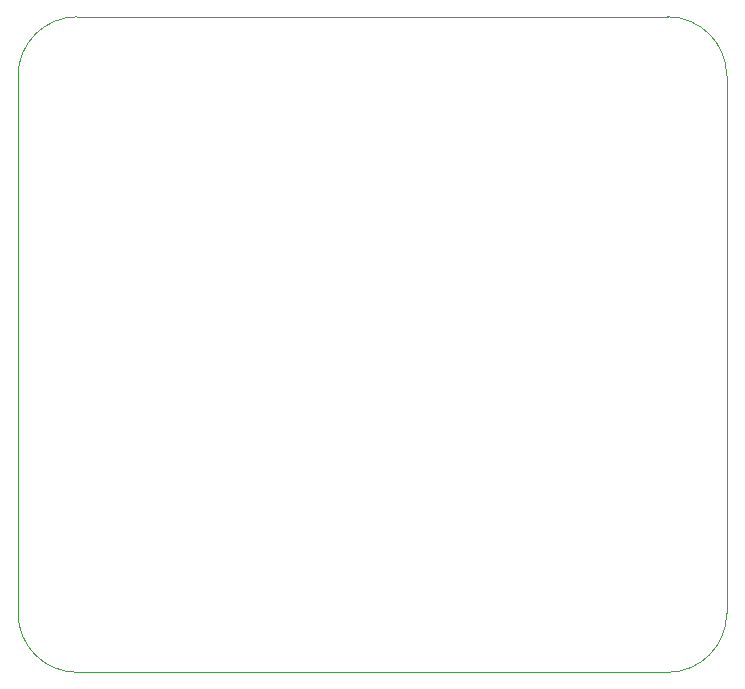
<source format=gbr>
%TF.GenerationSoftware,KiCad,Pcbnew,9.0.0-9.0.0-2~ubuntu22.04.1*%
%TF.CreationDate,2025-03-23T14:41:50+01:00*%
%TF.ProjectId,PCB_main_unit,5043425f-6d61-4696-9e5f-756e69742e6b,rev?*%
%TF.SameCoordinates,Original*%
%TF.FileFunction,Profile,NP*%
%FSLAX46Y46*%
G04 Gerber Fmt 4.6, Leading zero omitted, Abs format (unit mm)*
G04 Created by KiCad (PCBNEW 9.0.0-9.0.0-2~ubuntu22.04.1) date 2025-03-23 14:41:50*
%MOMM*%
%LPD*%
G01*
G04 APERTURE LIST*
%TA.AperFunction,Profile*%
%ADD10C,0.050000*%
%TD*%
G04 APERTURE END LIST*
D10*
X118000000Y-132000000D02*
X118000000Y-86500000D01*
X173000000Y-81500000D02*
G75*
G02*
X178000000Y-86500000I0J-5000000D01*
G01*
X118000000Y-86500000D02*
G75*
G02*
X123000000Y-81500000I5000000J0D01*
G01*
X178000000Y-132000000D02*
G75*
G02*
X173000000Y-137000000I-5000000J0D01*
G01*
X178000000Y-86500000D02*
X178000000Y-132000000D01*
X123000000Y-81500000D02*
X173000000Y-81500000D01*
X123000000Y-137000000D02*
G75*
G02*
X118000000Y-132000000I0J5000000D01*
G01*
X123000000Y-137000000D02*
X173000000Y-137000000D01*
M02*

</source>
